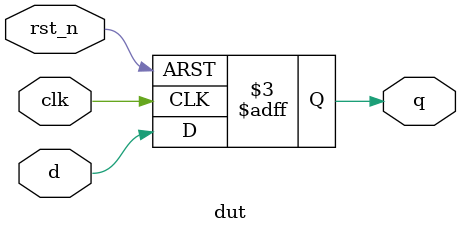
<source format=v>
module dut (
	clk, rst_n, d, q
);

	input clk, rst_n, d;
	output reg q;

	// clk:: on every change BUT on rising edge: posedge
	// rst_n:: on every drop from 1 to 0: negedge
	always @(posedge clk, negedge rst_n) begin

		if (!rst_n)
			q <= 0;	// non-blocking assignment
		else
			q <= d;

	end

endmodule
</source>
